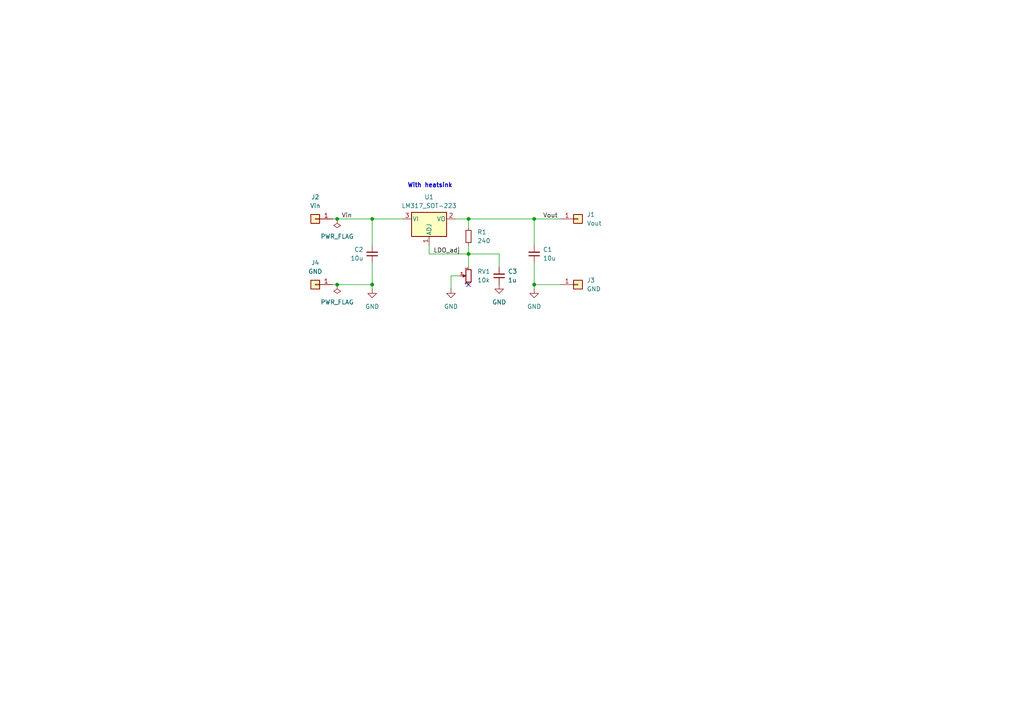
<source format=kicad_sch>
(kicad_sch (version 20231120) (generator "eeschema") (generator_version "8.0")
  (paper "A4")
  (lib_symbols
    (symbol "Connector_Generic:Conn_01x01" (pin_names (offset 1.016) hide)
      (property "Reference" "J" (at 0 2.54 0))
      (property "Value" "Conn_01x01" (at 0 -2.54 0))
      (symbol "Conn_01x01_1_1"
        (rectangle (start -1.27 0.127) (end 0 -0.127) (stroke (width 0.1524)))
        (rectangle (start -1.27 1.27) (end 1.27 -1.27) (stroke (width 0.254)) (fill (type background)))
        (pin passive line (at -5.08 0 0) (length 3.81) (name "Pin_1") (number "1"))
      )
    )
    (symbol "Device:C_Small" (pin_numbers hide) (pin_names (offset 0.254) hide)
      (property "Reference" "C" (at 0.254 1.778 0))
      (property "Value" "C_Small" (at 0.254 -2.032 0))
      (symbol "C_Small_0_1"
        (polyline (pts (xy -1.524 -0.508) (xy 1.524 -0.508)) (stroke (width 0.3302)))
        (polyline (pts (xy -1.524 0.508) (xy 1.524 0.508)) (stroke (width 0.3048)))
      )
      (symbol "C_Small_1_1"
        (pin passive line (at 0 2.54 270) (length 2.032) (name "~") (number "1"))
        (pin passive line (at 0 -2.54 90) (length 2.032) (name "~") (number "2"))
      )
    )
    (symbol "Device:R_Potentiometer_Small" (pin_names (offset 1.016) hide)
      (property "Reference" "RV" (at -4.445 0 90))
      (property "Value" "R_Potentiometer_Small" (at -2.54 0 90))
      (symbol "R_Potentiometer_Small_0_1"
        (polyline (pts (xy 0.889 0) (xy 0.635 0) (xy 1.651 0.381) (xy 1.651 -0.381) (xy 0.635 0) (xy 0.889 0)) (fill (type outline)))
        (rectangle (start 0.762 1.8034) (end -0.762 -1.8034) (stroke (width 0.254)))
      )
      (symbol "R_Potentiometer_Small_1_1"
        (pin passive line (at 0 2.54 270) (length 0.635) (name "1") (number "1"))
        (pin passive line (at 2.54 0 180) (length 0.9906) (name "2") (number "2"))
        (pin passive line (at 0 -2.54 90) (length 0.635) (name "3") (number "3"))
      )
    )
    (symbol "Device:R_Small" (pin_numbers hide) (pin_names (offset 0.254) hide)
      (property "Reference" "R" (at 0.762 0.508 0))
      (property "Value" "R_Small" (at 0.762 -1.016 0))
      (symbol "R_Small_0_1"
        (rectangle (start -0.762 1.778) (end 0.762 -1.778) (stroke (width 0.2032)))
      )
      (symbol "R_Small_1_1"
        (pin passive line (at 0 2.54 270) (length 0.762) (name "~") (number "1"))
        (pin passive line (at 0 -2.54 90) (length 0.762) (name "~") (number "2"))
      )
    )
    (symbol "Regulator_Linear:LM317_SOT-223" (pin_names (offset 0.254))
      (property "Reference" "U" (at -3.81 3.175 0))
      (property "Value" "LM317_SOT-223" (at 0 3.175 0))
      (symbol "LM317_SOT-223_0_1"
        (rectangle (start -5.08 1.905) (end 5.08 -5.08) (stroke (width 0.254)) (fill (type background)))
      )
      (symbol "LM317_SOT-223_1_1"
        (pin input line (at 0 -7.62 90) (length 2.54) (name "ADJ") (number "1"))
        (pin power_out line (at 7.62 0 180) (length 2.54) (name "VO") (number "2"))
        (pin power_in line (at -7.62 0 0) (length 2.54) (name "VI") (number "3"))
      )
    )
    (symbol "power:GND" (power) (pin_numbers hide) (pin_names (offset 0) hide)
      (property "Value" "GND" (at 0 -3.81 0))
      (symbol "GND_0_1"
        (polyline (pts (xy 0 0) (xy 0 -1.27) (xy 1.27 -1.27) (xy 0 -2.54) (xy -1.27 -1.27) (xy 0 -1.27)))
      )
      (symbol "GND_1_1"
        (pin power_in line (at 0 0 270) (length 0) (name "~") (number "1"))
      )
    )
    (symbol "power:PWR_FLAG" (power) (pin_numbers hide) (pin_names (offset 0) hide)
      (property "Value" "PWR_FLAG" (at 0 3.81 0))
      (symbol "PWR_FLAG_0_0"
        (pin power_out line (at 0 0 90) (length 0) (name "~") (number "1"))
      )
      (symbol "PWR_FLAG_0_1"
        (polyline (pts (xy 0 0) (xy 0 1.27) (xy -1.016 1.905) (xy 0 2.54) (xy 1.016 1.905) (xy 0 1.27)))
      )
    )
  )
  (junction (at 135.89 73.66))
  (junction (at 107.95 82.55))
  (junction (at 107.95 63.5))
  (junction (at 97.79 63.5))
  (junction (at 97.79 82.55))
  (junction (at 135.89 63.5))
  (junction (at 154.94 63.5))
  (junction (at 154.94 82.55))
  (no_connect (at 135.89 82.55))
  (wire (pts (xy 97.79 63.5) (xy 107.95 63.5)))
  (wire (pts (xy 96.52 63.5) (xy 97.79 63.5)))
  (wire (pts (xy 107.95 63.5) (xy 116.84 63.5)))
  (wire (pts (xy 154.94 82.55) (xy 162.56 82.55)))
  (wire (pts (xy 135.89 66.04) (xy 135.89 63.5)))
  (wire (pts (xy 107.95 71.12) (xy 107.95 63.5)))
  (wire (pts (xy 135.89 73.66) (xy 144.78 73.66)))
  (wire (pts (xy 107.95 82.55) (xy 107.95 83.82)))
  (wire (pts (xy 144.78 73.66) (xy 144.78 77.47)))
  (wire (pts (xy 135.89 73.66) (xy 135.89 77.47)))
  (wire (pts (xy 154.94 76.2) (xy 154.94 82.55)))
  (wire (pts (xy 162.56 63.5) (xy 154.94 63.5)))
  (wire (pts (xy 133.35 80.01) (xy 130.81 80.01)))
  (wire (pts (xy 135.89 63.5) (xy 132.08 63.5)))
  (wire (pts (xy 97.79 82.55) (xy 107.95 82.55)))
  (wire (pts (xy 135.89 71.12) (xy 135.89 73.66)))
  (wire (pts (xy 124.46 73.66) (xy 135.89 73.66)))
  (wire (pts (xy 135.89 63.5) (xy 154.94 63.5)))
  (wire (pts (xy 154.94 82.55) (xy 154.94 83.82)))
  (wire (pts (xy 124.46 71.12) (xy 124.46 73.66)))
  (wire (pts (xy 96.52 82.55) (xy 97.79 82.55)))
  (wire (pts (xy 130.81 80.01) (xy 130.81 83.82)))
  (wire (pts (xy 154.94 63.5) (xy 154.94 71.12)))
  (wire (pts (xy 107.95 76.2) (xy 107.95 82.55)))
  (text "With heatsink" (at 124.714 53.848 0) (effects (font (size 1.27 1.27) (thickness 0.254) (bold yes))))
  (label "Vin" (at 99.06 63.5 0))
  (label "LDO_adj" (at 125.73 73.66 0))
  (label "Vout" (at 157.48 63.5 0))
  (symbol (lib_id "Device:C_Small") (at 144.78 80.01 180) (unit 1)
    (property "Reference" "C3" (at 147.32 78.7335 0) (effects (justify right)))
    (property "Value" "1u" (at 147.32 81.2735 0) (effects (justify right)))
    (property "Footprint" "Resistor_SMD:R_0805_2012Metric_Pad1.20x1.40mm_HandSolder" (effects (hide yes)))
    (property "Description" "Unpolarized capacitor, small symbol" (effects (hide yes)))
  )
  (symbol (lib_id "power:GND") (at 107.95 83.82 0) (unit 1)
    (property "Reference" "#PWR02" (effects (hide yes)))
    (property "Value" "GND" (at 107.95 88.9 0))
    (property "Description" "Power symbol creates a global label with name \"GND\" , ground" (effects (hide yes)))
  )
  (symbol (lib_id "power:GND") (at 144.78 82.55 0) (unit 1)
    (property "Reference" "#PWR01" (effects (hide yes)))
    (property "Value" "GND" (at 144.78 87.63 0))
    (property "Description" "Power symbol creates a global label with name \"GND\" , ground" (effects (hide yes)))
  )
  (symbol (lib_id "power:GND") (at 154.94 83.82 0) (unit 1)
    (property "Reference" "#PWR04" (effects (hide yes)))
    (property "Value" "GND" (at 154.94 88.9 0))
    (property "Description" "Power symbol creates a global label with name \"GND\" , ground" (effects (hide yes)))
  )
  (symbol (lib_id "Connector_Generic:Conn_01x01") (at 167.64 63.5 0) (unit 1)
    (property "Reference" "J1" (at 170.18 62.2299 0) (effects (justify left)))
    (property "Value" "Vout" (at 170.18 64.7699 0) (effects (justify left)))
    (property "Footprint" "Connector_PinHeader_2.54mm:PinHeader_1x01_P2.54mm_Vertical" (effects (hide yes)))
    (property "Description" "Generic connector, single row, 01x01, script generated (kicad-library-utils/schlib/autogen/connector/)" (effects (hide yes)))
  )
  (symbol (lib_id "Device:C_Small") (at 154.94 73.66 180) (unit 1)
    (property "Reference" "C1" (at 157.48 72.3835 0) (effects (justify right)))
    (property "Value" "10u" (at 157.48 74.9235 0) (effects (justify right)))
    (property "Footprint" "Capacitor_SMD:C_1210_3225Metric_Pad1.33x2.70mm_HandSolder" (effects (hide yes)))
    (property "Description" "Unpolarized capacitor, small symbol" (effects (hide yes)))
  )
  (symbol (lib_id "power:PWR_FLAG") (at 97.79 82.55 180) (unit 1)
    (property "Reference" "#FLG01" (effects (hide yes)))
    (property "Value" "PWR_FLAG" (at 97.79 87.63 0))
    (property "Description" "Special symbol for telling ERC where power comes from" (effects (hide yes)))
  )
  (symbol (lib_id "power:PWR_FLAG") (at 97.79 63.5 180) (unit 1)
    (property "Reference" "#FLG02" (effects (hide yes)))
    (property "Value" "PWR_FLAG" (at 97.79 68.58 0))
    (property "Description" "Special symbol for telling ERC where power comes from" (effects (hide yes)))
  )
  (symbol (lib_id "Device:R_Potentiometer_Small") (at 135.89 80.01 0) (mirror y) (unit 1)
    (property "Reference" "RV1" (at 138.43 78.7399 0) (effects (justify right)))
    (property "Value" "10k" (at 138.43 81.2799 0) (effects (justify right)))
    (property "Footprint" "Potentiometer_THT:Potentiometer_Bourns_3266W_Vertical" (effects (hide yes)))
    (property "Description" "Potentiometer" (effects (hide yes)))
  )
  (symbol (lib_id "Device:C_Small") (at 107.95 73.66 0) (mirror x) (unit 1)
    (property "Reference" "C2" (at 105.41 72.3835 0) (effects (justify right)))
    (property "Value" "10u" (at 105.41 74.9235 0) (effects (justify right)))
    (property "Footprint" "Capacitor_SMD:C_1210_3225Metric_Pad1.33x2.70mm_HandSolder" (effects (hide yes)))
    (property "Description" "Unpolarized capacitor, small symbol" (effects (hide yes)))
  )
  (symbol (lib_id "Connector_Generic:Conn_01x01") (at 91.44 63.5 0) (mirror y) (unit 1)
    (property "Reference" "J2" (at 91.44 57.15 0))
    (property "Value" "Vin" (at 91.44 59.69 0))
    (property "Footprint" "Connector_PinHeader_2.54mm:PinHeader_1x01_P2.54mm_Vertical" (effects (hide yes)))
    (property "Description" "Generic connector, single row, 01x01, script generated (kicad-library-utils/schlib/autogen/connector/)" (effects (hide yes)))
  )
  (symbol (lib_id "Regulator_Linear:LM317_SOT-223") (at 124.46 63.5 0) (unit 1)
    (property "Reference" "U1" (at 124.46 57.15 0))
    (property "Value" "LM317_SOT-223" (at 124.46 59.69 0))
    (property "Footprint" "Package_TO_SOT_SMD:SOT-223-3_TabPin2" (effects (hide yes)))
    (property "Datasheet" "http://www.ti.com/lit/ds/symlink/lm317.pdf" (effects (hide yes)))
    (property "Description" "1.5A 35V Adjustable Linear Regulator, SOT-223" (effects (hide yes)))
  )
  (symbol (lib_id "Connector_Generic:Conn_01x01") (at 167.64 82.55 0) (unit 1)
    (property "Reference" "J3" (at 170.18 81.2799 0) (effects (justify left)))
    (property "Value" "GND" (at 170.18 83.8199 0) (effects (justify left)))
    (property "Footprint" "Connector_PinHeader_2.54mm:PinHeader_1x01_P2.54mm_Vertical" (effects (hide yes)))
    (property "Description" "Generic connector, single row, 01x01, script generated (kicad-library-utils/schlib/autogen/connector/)" (effects (hide yes)))
  )
  (symbol (lib_id "Connector_Generic:Conn_01x01") (at 91.44 82.55 0) (mirror y) (unit 1)
    (property "Reference" "J4" (at 91.44 76.2 0))
    (property "Value" "GND" (at 91.44 78.74 0))
    (property "Footprint" "Connector_PinHeader_2.54mm:PinHeader_1x01_P2.54mm_Vertical" (effects (hide yes)))
    (property "Description" "Generic connector, single row, 01x01, script generated (kicad-library-utils/schlib/autogen/connector/)" (effects (hide yes)))
  )
  (symbol (lib_id "power:GND") (at 130.81 83.82 0) (unit 1)
    (property "Reference" "#PWR03" (effects (hide yes)))
    (property "Value" "GND" (at 130.81 88.9 0))
    (property "Description" "Power symbol creates a global label with name \"GND\" , ground" (effects (hide yes)))
  )
  (symbol (lib_id "Device:R_Small") (at 135.89 68.58 0) (unit 1)
    (property "Reference" "R1" (at 138.43 67.3099 0) (effects (justify left)))
    (property "Value" "240" (at 138.43 69.8499 0) (effects (justify left)))
    (property "Footprint" "Resistor_SMD:R_0805_2012Metric_Pad1.20x1.40mm_HandSolder" (effects (hide yes)))
    (property "Description" "Resistor, small symbol" (effects (hide yes)))
  )
)
</source>
